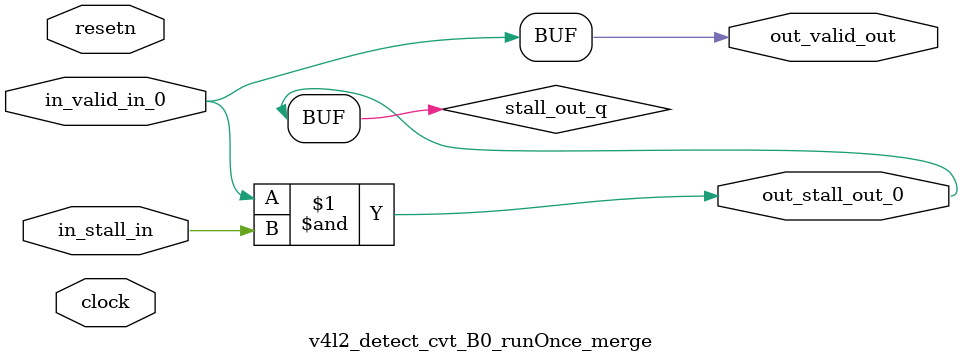
<source format=sv>



(* altera_attribute = "-name AUTO_SHIFT_REGISTER_RECOGNITION OFF; -name MESSAGE_DISABLE 10036; -name MESSAGE_DISABLE 10037; -name MESSAGE_DISABLE 14130; -name MESSAGE_DISABLE 14320; -name MESSAGE_DISABLE 15400; -name MESSAGE_DISABLE 14130; -name MESSAGE_DISABLE 10036; -name MESSAGE_DISABLE 12020; -name MESSAGE_DISABLE 12030; -name MESSAGE_DISABLE 12010; -name MESSAGE_DISABLE 12110; -name MESSAGE_DISABLE 14320; -name MESSAGE_DISABLE 13410; -name MESSAGE_DISABLE 113007; -name MESSAGE_DISABLE 10958" *)
module v4l2_detect_cvt_B0_runOnce_merge (
    input wire [0:0] in_stall_in,
    input wire [0:0] in_valid_in_0,
    output wire [0:0] out_stall_out_0,
    output wire [0:0] out_valid_out,
    input wire clock,
    input wire resetn
    );

    wire [0:0] stall_out_q;


    // stall_out(LOGICAL,6)
    assign stall_out_q = in_valid_in_0 & in_stall_in;

    // out_stall_out_0(GPOUT,4)
    assign out_stall_out_0 = stall_out_q;

    // out_valid_out(GPOUT,5)
    assign out_valid_out = in_valid_in_0;

endmodule

</source>
